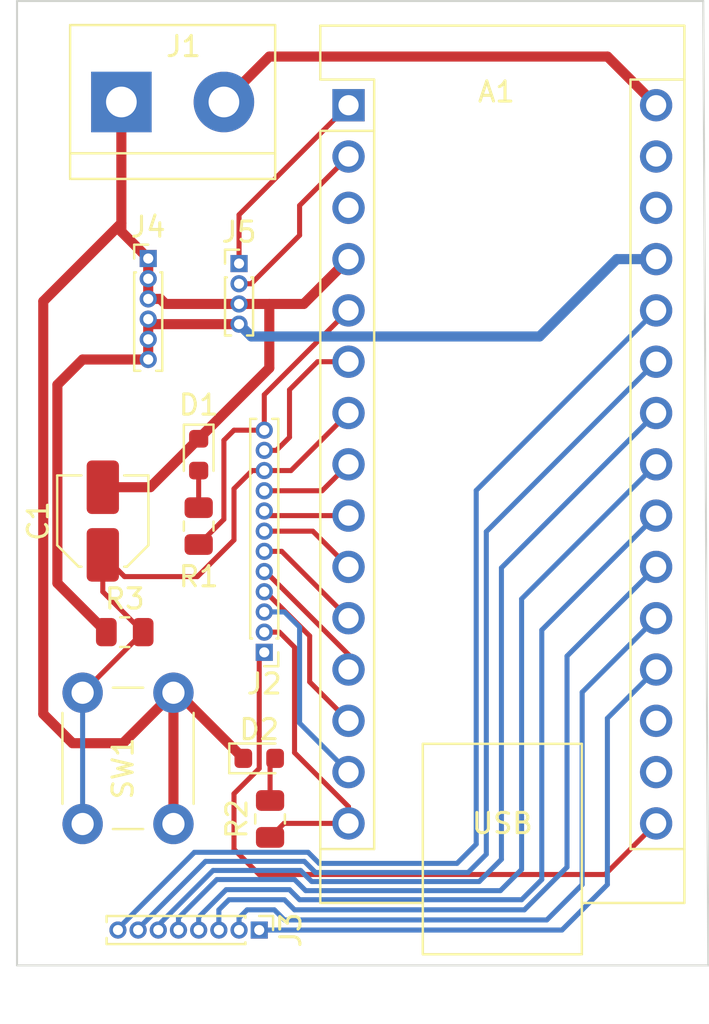
<source format=kicad_pcb>
(kicad_pcb (version 20221018) (generator pcbnew)
  (layers (0 "F.Cu" signal) (31 "B.Cu" signal) (34 "B.Paste" user) (35 "F.Paste" user) (36 "B.SilkS" user "B.Silkscreen") (37 "F.SilkS" user "F.Silkscreen") (38 "B.Mask" user) (39 "F.Mask" user) (44 "Edge.Cuts" user))
  (net 0 "")
  (net 1 "TX")
  (net 2 "RX")
  (net 4 "GND")
  (net 5 "LED1")
  (net 6 "Net-(A1-D3)")
  (net 7 "PB1")
  (net 8 "Net-(A1-D5)")
  (net 9 "Net-(A1-D6)")
  (net 10 "Net-(A1-D7)")
  (net 11 "Net-(A1-D8)")
  (net 12 "Net-(A1-D9)")
  (net 13 "Net-(A1-D10)")
  (net 14 "Net-(A1-D11)")
  (net 15 "LED2")
  (net 16 "Net-(A1-D13)")
  (net 19 "Net-(A1-A0)")
  (net 20 "Net-(A1-A1)")
  (net 21 "Net-(A1-A2)")
  (net 22 "Net-(A1-A3)")
  (net 23 "Net-(A1-A4)")
  (net 24 "Net-(A1-A5)")
  (net 25 "Net-(A1-A6)")
  (net 26 "Net-(A1-A7)")
  (net 27 "+5V")
  (net 30 "VCC")
  (net 31 "Net-(D1-A)")
  (net 32 "Net-(D2-A)")
  (footprint "Button_Switch_THT:SW_PUSH_6mm" (layer "F.Cu") (at 119 116.75 90)
    (fp_text reference "SW1" (at 2.75 2 90) (layer "F.SilkS"))
    (fp_text value "SW_Push")
    (fp_line (start -0.25 1.5) (end -0.25 3) (stroke (width 0.12)) (layer "F.SilkS"))
    (fp_line (start 1 5.5) (end 5.5 5.5) (stroke (width 0.12)) (layer "F.SilkS"))
    (fp_line (start 5.5 -1) (end 1 -1) (stroke (width 0.12)) (layer "F.SilkS"))
    (fp_line (start 6.75 3) (end 6.75 1.5) (stroke (width 0.12)) (layer "F.SilkS"))
    (pad "1" thru_hole circle (at 0 0 180) (size 2 2) (drill 1.1) (layers "*.Cu" "*.Mask") (net 7 "PB1"))
    (pad "1" thru_hole circle (at 6.5 0 180) (size 2 2) (drill 1.1) (layers "*.Cu" "*.Mask") (net 7 "PB1"))
    (pad "2" thru_hole circle (at 0 4.5 180) (size 2 2) (drill 1.1) (layers "*.Cu" "*.Mask") (net 4 "GND"))
    (pad "2" thru_hole circle (at 6.5 4.5 180) (size 2 2) (drill 1.1) (layers "*.Cu" "*.Mask") (net 4 "GND"))
  )
  (footprint "Resistor_SMD:R_0805_2012Metric" (layer "F.Cu") (at 124.75 102 90)
    (fp_text reference "R1" (at -2.5 0 180) (layer "F.SilkS"))
    (fp_text value "330")
    (fp_line (start -0.227064 -0.735) (end 0.227064 -0.735) (stroke (width 0.12)) (layer "F.SilkS"))
    (fp_line (start -0.227064 0.735) (end 0.227064 0.735) (stroke (width 0.12)) (layer "F.SilkS"))
    (pad "1" smd roundrect (at -0.9125 0 90) (size 1.025 1.4) (layers "F.Cu" "F.Paste" "F.Mask") (roundrect_rratio 0.243902) (net 5 "LED1"))
    (pad "2" smd roundrect (at 0.9125 0 90) (size 1.025 1.4) (layers "F.Cu" "F.Paste" "F.Mask") (roundrect_rratio 0.243902) (net 31 "Net-(D1-A)"))
  )
  (footprint "Connector_PinHeader_1.00mm:PinHeader_1x12_P1.00mm_Vertical" (layer "F.Cu") (at 128 108.25 180)
    (fp_text reference "J2" (at 0 -1.56) (layer "F.SilkS"))
    (fp_text value "Conn_01x12")
    (fp_line (start -0.695 -0.685) (end 0 -0.685) (stroke (width 0.12)) (layer "F.SilkS"))
    (fp_line (start -0.695 0) (end -0.695 -0.685) (stroke (width 0.12)) (layer "F.SilkS"))
    (fp_line (start -0.695 0.685) (end -0.695 11.56) (stroke (width 0.12)) (layer "F.SilkS"))
    (fp_line (start -0.695 0.685) (end -0.608276 0.685) (stroke (width 0.12)) (layer "F.SilkS"))
    (fp_line (start -0.695 11.56) (end -0.394493 11.56) (stroke (width 0.12)) (layer "F.SilkS"))
    (fp_line (start 0.394493 11.56) (end 0.695 11.56) (stroke (width 0.12)) (layer "F.SilkS"))
    (fp_line (start 0.608276 0.685) (end 0.695 0.685) (stroke (width 0.12)) (layer "F.SilkS"))
    (fp_line (start 0.695 0.685) (end 0.695 11.56) (stroke (width 0.12)) (layer "F.SilkS"))
    (pad "1" thru_hole rect (at 0 0 180) (size 0.85 0.85) (drill 0.5) (layers "*.Cu" "*.Mask") (net 16 "Net-(A1-D13)"))
    (pad "2" thru_hole oval (at 0 1 180) (size 0.85 0.85) (drill 0.5) (layers "*.Cu" "*.Mask") (net 15 "LED2"))
    (pad "3" thru_hole oval (at 0 2 180) (size 0.85 0.85) (drill 0.5) (layers "*.Cu" "*.Mask") (net 14 "Net-(A1-D11)"))
    (pad "4" thru_hole oval (at 0 3 180) (size 0.85 0.85) (drill 0.5) (layers "*.Cu" "*.Mask") (net 13 "Net-(A1-D10)"))
    (pad "5" thru_hole oval (at 0 4 180) (size 0.85 0.85) (drill 0.5) (layers "*.Cu" "*.Mask") (net 12 "Net-(A1-D9)"))
    (pad "6" thru_hole oval (at 0 5 180) (size 0.85 0.85) (drill 0.5) (layers "*.Cu" "*.Mask") (net 11 "Net-(A1-D8)"))
    (pad "7" thru_hole oval (at 0 6 180) (size 0.85 0.85) (drill 0.5) (layers "*.Cu" "*.Mask") (net 10 "Net-(A1-D7)"))
    (pad "8" thru_hole oval (at 0 7 180) (size 0.85 0.85) (drill 0.5) (layers "*.Cu" "*.Mask") (net 9 "Net-(A1-D6)"))
    (pad "9" thru_hole oval (at 0 8 180) (size 0.85 0.85) (drill 0.5) (layers "*.Cu" "*.Mask") (net 8 "Net-(A1-D5)"))
    (pad "10" thru_hole oval (at 0 9 180) (size 0.85 0.85) (drill 0.5) (layers "*.Cu" "*.Mask") (net 7 "PB1"))
    (pad "11" thru_hole oval (at 0 10 180) (size 0.85 0.85) (drill 0.5) (layers "*.Cu" "*.Mask") (net 6 "Net-(A1-D3)"))
    (pad "12" thru_hole oval (at 0 11 180) (size 0.85 0.85) (drill 0.5) (layers "*.Cu" "*.Mask") (net 5 "LED1"))
  )
  (footprint "LED_SMD:LED_0603_1608Metric" (layer "F.Cu") (at 127.75 113.5)
    (fp_text reference "D2" (at 0 -1.43) (layer "F.SilkS"))
    (fp_text value "LED")
    (fp_line (start -1.485 -0.735) (end -1.485 0.735) (stroke (width 0.12)) (layer "F.SilkS"))
    (fp_line (start -1.485 0.735) (end 0.8 0.735) (stroke (width 0.12)) (layer "F.SilkS"))
    (fp_line (start 0.8 -0.735) (end -1.485 -0.735) (stroke (width 0.12)) (layer "F.SilkS"))
    (pad "1" smd roundrect (at -0.7875 0) (size 0.875 0.95) (layers "F.Cu" "F.Paste" "F.Mask") (net 4 "GND"))
    (pad "2" smd roundrect (at 0.7875 0) (size 0.875 0.95) (layers "F.Cu" "F.Paste" "F.Mask") (net 32 "Net-(D2-A)"))
  )
  (footprint "Module:Arduino_Nano" (layer "F.Cu") (at 132.175 81.16)
    (fp_text reference "A1" (at 7.325 -0.66) (layer "F.SilkS"))
    (fp_text value "Arduino_Nano_v3.x")
    (fp_text user "USB" (at 7.62 35.56 unlocked) (layer "F.SilkS"))
    (fp_line (start -1.4 -3.94) (end -1.4 -1.27) (stroke (width 0.12)) (layer "F.SilkS"))
    (fp_line (start -1.4 1.27) (end -1.4 39.5) (stroke (width 0.12)) (layer "F.SilkS"))
    (fp_line (start -1.4 39.5) (end 3.68 39.5) (stroke (width 0.12)) (layer "F.SilkS"))
    (fp_line (start 1.27 -1.27) (end -1.4 -1.27) (stroke (width 0.12)) (layer "F.SilkS"))
    (fp_line (start 1.27 1.27) (end -1.4 1.27) (stroke (width 0.12)) (layer "F.SilkS"))
    (fp_line (start 1.27 1.27) (end 1.27 -1.27) (stroke (width 0.12)) (layer "F.SilkS"))
    (fp_line (start 1.27 1.27) (end 1.27 36.83) (stroke (width 0.12)) (layer "F.SilkS"))
    (fp_line (start 1.27 36.83) (end -1.4 36.83) (stroke (width 0.12)) (layer "F.SilkS"))
    (fp_line (start 3.68 31.62) (end 11.56 31.62) (stroke (width 0.12)) (layer "F.SilkS"))
    (fp_line (start 3.68 42.04) (end 3.68 31.62) (stroke (width 0.12)) (layer "F.SilkS"))
    (fp_line (start 11.56 31.62) (end 11.56 42.04) (stroke (width 0.12)) (layer "F.SilkS"))
    (fp_line (start 11.56 42.04) (end 3.68 42.04) (stroke (width 0.12)) (layer "F.SilkS"))
    (fp_line (start 13.97 -1.27) (end 13.97 36.83) (stroke (width 0.12)) (layer "F.SilkS"))
    (fp_line (start 13.97 -1.27) (end 16.64 -1.27) (stroke (width 0.12)) (layer "F.SilkS"))
    (fp_line (start 13.97 36.83) (end 16.64 36.83) (stroke (width 0.12)) (layer "F.SilkS"))
    (fp_line (start 16.64 -3.94) (end -1.4 -3.94) (stroke (width 0.12)) (layer "F.SilkS"))
    (fp_line (start 16.64 39.5) (end 11.56 39.5) (stroke (width 0.12)) (layer "F.SilkS"))
    (fp_line (start 16.64 39.5) (end 16.64 -3.94) (stroke (width 0.12)) (layer "F.SilkS"))
    (pad "1" thru_hole rect (at 0 0) (size 1.6 1.6) (drill 1) (layers "*.Cu" "*.Mask") (net 1 "TX"))
    (pad "2" thru_hole oval (at 0 2.54) (size 1.6 1.6) (drill 1) (layers "*.Cu" "*.Mask") (net 2 "RX"))
    (pad "3" thru_hole oval (at 0 5.08) (size 1.6 1.6) (drill 1) (layers "*.Cu" "*.Mask"))
    (pad "4" thru_hole oval (at 0 7.62) (size 1.6 1.6) (drill 1) (layers "*.Cu" "*.Mask") (net 4 "GND"))
    (pad "5" thru_hole oval (at 0 10.16) (size 1.6 1.6) (drill 1) (layers "*.Cu" "*.Mask") (net 5 "LED1"))
    (pad "6" thru_hole oval (at 0 12.7) (size 1.6 1.6) (drill 1) (layers "*.Cu" "*.Mask") (net 6 "Net-(A1-D3)"))
    (pad "7" thru_hole oval (at 0 15.24) (size 1.6 1.6) (drill 1) (layers "*.Cu" "*.Mask") (net 7 "PB1"))
    (pad "8" thru_hole oval (at 0 17.78) (size 1.6 1.6) (drill 1) (layers "*.Cu" "*.Mask") (net 8 "Net-(A1-D5)"))
    (pad "9" thru_hole oval (at 0 20.32) (size 1.6 1.6) (drill 1) (layers "*.Cu" "*.Mask") (net 9 "Net-(A1-D6)"))
    (pad "10" thru_hole oval (at 0 22.86) (size 1.6 1.6) (drill 1) (layers "*.Cu" "*.Mask") (net 10 "Net-(A1-D7)"))
    (pad "11" thru_hole oval (at 0 25.4) (size 1.6 1.6) (drill 1) (layers "*.Cu" "*.Mask") (net 11 "Net-(A1-D8)"))
    (pad "12" thru_hole oval (at 0 27.94) (size 1.6 1.6) (drill 1) (layers "*.Cu" "*.Mask") (net 12 "Net-(A1-D9)"))
    (pad "13" thru_hole oval (at 0 30.48) (size 1.6 1.6) (drill 1) (layers "*.Cu" "*.Mask") (net 13 "Net-(A1-D10)"))
    (pad "14" thru_hole oval (at 0 33.02) (size 1.6 1.6) (drill 1) (layers "*.Cu" "*.Mask") (net 14 "Net-(A1-D11)"))
    (pad "15" thru_hole oval (at 0 35.56) (size 1.6 1.6) (drill 1) (layers "*.Cu" "*.Mask") (net 15 "LED2"))
    (pad "16" thru_hole oval (at 15.24 35.56) (size 1.6 1.6) (drill 1) (layers "*.Cu" "*.Mask") (net 16 "Net-(A1-D13)"))
    (pad "17" thru_hole oval (at 15.24 33.02) (size 1.6 1.6) (drill 1) (layers "*.Cu" "*.Mask"))
    (pad "18" thru_hole oval (at 15.24 30.48) (size 1.6 1.6) (drill 1) (layers "*.Cu" "*.Mask"))
    (pad "19" thru_hole oval (at 15.24 27.94) (size 1.6 1.6) (drill 1) (layers "*.Cu" "*.Mask") (net 19 "Net-(A1-A0)"))
    (pad "20" thru_hole oval (at 15.24 25.4) (size 1.6 1.6) (drill 1) (layers "*.Cu" "*.Mask") (net 20 "Net-(A1-A1)"))
    (pad "21" thru_hole oval (at 15.24 22.86) (size 1.6 1.6) (drill 1) (layers "*.Cu" "*.Mask") (net 21 "Net-(A1-A2)"))
    (pad "22" thru_hole oval (at 15.24 20.32) (size 1.6 1.6) (drill 1) (layers "*.Cu" "*.Mask") (net 22 "Net-(A1-A3)"))
    (pad "23" thru_hole oval (at 15.24 17.78) (size 1.6 1.6) (drill 1) (layers "*.Cu" "*.Mask") (net 23 "Net-(A1-A4)"))
    (pad "24" thru_hole oval (at 15.24 15.24) (size 1.6 1.6) (drill 1) (layers "*.Cu" "*.Mask") (net 24 "Net-(A1-A5)"))
    (pad "25" thru_hole oval (at 15.24 12.7) (size 1.6 1.6) (drill 1) (layers "*.Cu" "*.Mask") (net 25 "Net-(A1-A6)"))
    (pad "26" thru_hole oval (at 15.24 10.16) (size 1.6 1.6) (drill 1) (layers "*.Cu" "*.Mask") (net 26 "Net-(A1-A7)"))
    (pad "27" thru_hole oval (at 15.24 7.62) (size 1.6 1.6) (drill 1) (layers "*.Cu" "*.Mask") (net 27 "+5V"))
    (pad "28" thru_hole oval (at 15.24 5.08) (size 1.6 1.6) (drill 1) (layers "*.Cu" "*.Mask"))
    (pad "29" thru_hole oval (at 15.24 2.54) (size 1.6 1.6) (drill 1) (layers "*.Cu" "*.Mask"))
    (pad "30" thru_hole oval (at 15.24 0) (size 1.6 1.6) (drill 1) (layers "*.Cu" "*.Mask") (net 30 "VCC"))
  )
  (footprint "LED_SMD:LED_0603_1608Metric" (layer "F.Cu") (at 124.75 98.4625 -90)
    (fp_text reference "D1" (at -2.4625 0 -180) (layer "F.SilkS"))
    (fp_text value "LED")
    (fp_line (start -1.485 -0.735) (end -1.485 0.735) (stroke (width 0.12)) (layer "F.SilkS"))
    (fp_line (start -1.485 0.735) (end 0.8 0.735) (stroke (width 0.12)) (layer "F.SilkS"))
    (fp_line (start 0.8 -0.735) (end -1.485 -0.735) (stroke (width 0.12)) (layer "F.SilkS"))
    (pad "1" smd roundrect (at -0.7875 0 270) (size 0.875 0.95) (layers "F.Cu" "F.Paste" "F.Mask") (net 4 "GND"))
    (pad "2" smd roundrect (at 0.7875 0 270) (size 0.875 0.95) (layers "F.Cu" "F.Paste" "F.Mask") (net 31 "Net-(D1-A)"))
  )
  (footprint "Resistor_SMD:R_0805_2012Metric" (layer "F.Cu") (at 121.0875 107.25)
    (fp_text reference "R3" (at 0 -1.65) (layer "F.SilkS"))
    (fp_text value "4.7K")
    (fp_line (start -0.227064 -0.735) (end 0.227064 -0.735) (stroke (width 0.12)) (layer "F.SilkS"))
    (fp_line (start -0.227064 0.735) (end 0.227064 0.735) (stroke (width 0.12)) (layer "F.SilkS"))
    (pad "1" smd roundrect (at -0.9125 0) (size 1.025 1.4) (layers "F.Cu" "F.Paste" "F.Mask") (roundrect_rratio 0.243902) (net 27 "+5V"))
    (pad "2" smd roundrect (at 0.9125 0) (size 1.025 1.4) (layers "F.Cu" "F.Paste" "F.Mask") (roundrect_rratio 0.243902) (net 7 "PB1"))
  )
  (footprint "TerminalBlock:TerminalBlock_bornier-2_P5.08mm" (layer "F.Cu") (at 120.92 81)
    (fp_text reference "J1" (at 3.08 -2.75) (layer "F.SilkS"))
    (fp_text value "Screw_Terminal_01x02")
    (fp_line (start -2.54 -3.81) (end -2.54 3.81) (stroke (width 0.12)) (layer "F.SilkS"))
    (fp_line (start -2.54 3.81) (end 7.62 3.81) (stroke (width 0.12)) (layer "F.SilkS"))
    (fp_line (start 7.62 -3.81) (end -2.54 -3.81) (stroke (width 0.12)) (layer "F.SilkS"))
    (fp_line (start 7.62 2.54) (end -2.54 2.54) (stroke (width 0.12)) (layer "F.SilkS"))
    (fp_line (start 7.62 3.81) (end 7.62 -3.81) (stroke (width 0.12)) (layer "F.SilkS"))
    (pad "1" thru_hole rect (at 0 0) (size 3 3) (drill 1.52) (layers "*.Cu" "*.Mask") (net 4 "GND"))
    (pad "2" thru_hole circle (at 5.08 0) (size 3 3) (drill 1.52) (layers "*.Cu" "*.Mask") (net 30 "VCC"))
  )
  (footprint "Connector_PinHeader_1.00mm:PinHeader_1x06_P1.00mm_Vertical" (layer "F.Cu") (at 122.25 88.75)
    (fp_text reference "J4" (at 0 -1.56) (layer "F.SilkS"))
    (fp_text value "Conn_01x06")
    (fp_line (start -0.695 -0.685) (end 0 -0.685) (stroke (width 0.12)) (layer "F.SilkS"))
    (fp_line (start -0.695 0) (end -0.695 -0.685) (stroke (width 0.12)) (layer "F.SilkS"))
    (fp_line (start -0.695 0.685) (end -0.695 5.56) (stroke (width 0.12)) (layer "F.SilkS"))
    (fp_line (start -0.695 0.685) (end -0.608276 0.685) (stroke (width 0.12)) (layer "F.SilkS"))
    (fp_line (start -0.695 5.56) (end -0.394493 5.56) (stroke (width 0.12)) (layer "F.SilkS"))
    (fp_line (start 0.394493 5.56) (end 0.695 5.56) (stroke (width 0.12)) (layer "F.SilkS"))
    (fp_line (start 0.608276 0.685) (end 0.695 0.685) (stroke (width 0.12)) (layer "F.SilkS"))
    (fp_line (start 0.695 0.685) (end 0.695 5.56) (stroke (width 0.12)) (layer "F.SilkS"))
    (pad "1" thru_hole rect (at 0 0) (size 0.85 0.85) (drill 0.5) (layers "*.Cu" "*.Mask") (net 4 "GND"))
    (pad "2" thru_hole oval (at 0 1) (size 0.85 0.85) (drill 0.5) (layers "*.Cu" "*.Mask") (net 4 "GND"))
    (pad "3" thru_hole oval (at 0 2) (size 0.85 0.85) (drill 0.5) (layers "*.Cu" "*.Mask") (net 4 "GND"))
    (pad "4" thru_hole oval (at 0 3) (size 0.85 0.85) (drill 0.5) (layers "*.Cu" "*.Mask") (net 27 "+5V"))
    (pad "5" thru_hole oval (at 0 4) (size 0.85 0.85) (drill 0.5) (layers "*.Cu" "*.Mask") (net 27 "+5V"))
    (pad "6" thru_hole oval (at 0 5) (size 0.85 0.85) (drill 0.5) (layers "*.Cu" "*.Mask") (net 27 "+5V"))
  )
  (footprint "Capacitor_SMD:C_Elec_4x5.4" (layer "F.Cu") (at 120 101.75 90)
    (fp_text reference "C1" (at 0 -3.2 90) (layer "F.SilkS"))
    (fp_text value "0.1uF")
    (fp_line (start -2.26 -1.195563) (end -2.26 -1.06) (stroke (width 0.12)) (layer "F.SilkS"))
    (fp_line (start -2.26 -1.195563) (end -1.195563 -2.26) (stroke (width 0.12)) (layer "F.SilkS"))
    (fp_line (start -2.26 1.195563) (end -2.26 1.06) (stroke (width 0.12)) (layer "F.SilkS"))
    (fp_line (start -2.26 1.195563) (end -1.195563 2.26) (stroke (width 0.12)) (layer "F.SilkS"))
    (fp_line (start -1.195563 -2.26) (end 2.26 -2.26) (stroke (width 0.12)) (layer "F.SilkS"))
    (fp_line (start -1.195563 2.26) (end 2.26 2.26) (stroke (width 0.12)) (layer "F.SilkS"))
    (fp_line (start 2.26 -2.26) (end 2.26 -1.06) (stroke (width 0.12)) (layer "F.SilkS"))
    (fp_line (start 2.26 2.26) (end 2.26 1.06) (stroke (width 0.12)) (layer "F.SilkS"))
    (pad "1" smd roundrect (at -1.675 0 90) (size 2.65 1.6) (layers "F.Cu" "F.Paste" "F.Mask") (roundrect_rratio 0.15625) (net 7 "PB1"))
    (pad "2" smd roundrect (at 1.675 0 90) (size 2.65 1.6) (layers "F.Cu" "F.Paste" "F.Mask") (roundrect_rratio 0.15625) (net 4 "GND"))
  )
  (footprint "Connector_PinHeader_1.00mm:PinHeader_1x08_P1.00mm_Vertical" (layer "F.Cu") (at 127.75 122 -90)
    (fp_text reference "J3" (at 0 -1.56 90) (layer "F.SilkS"))
    (fp_text value "Conn_01x08")
    (fp_line (start -0.695 -0.685) (end 0 -0.685) (stroke (width 0.12)) (layer "F.SilkS"))
    (fp_line (start -0.695 0) (end -0.695 -0.685) (stroke (width 0.12)) (layer "F.SilkS"))
    (fp_line (start -0.695 0.685) (end -0.695 7.56) (stroke (width 0.12)) (layer "F.SilkS"))
    (fp_line (start -0.695 0.685) (end -0.608276 0.685) (stroke (width 0.12)) (layer "F.SilkS"))
    (fp_line (start -0.695 7.56) (end -0.394493 7.56) (stroke (width 0.12)) (layer "F.SilkS"))
    (fp_line (start 0.394493 7.56) (end 0.695 7.56) (stroke (width 0.12)) (layer "F.SilkS"))
    (fp_line (start 0.608276 0.685) (end 0.695 0.685) (stroke (width 0.12)) (layer "F.SilkS"))
    (fp_line (start 0.695 0.685) (end 0.695 7.56) (stroke (width 0.12)) (layer "F.SilkS"))
    (pad "1" thru_hole rect (at 0 0 270) (size 0.85 0.85) (drill 0.5) (layers "*.Cu" "*.Mask") (net 19 "Net-(A1-A0)"))
    (pad "2" thru_hole oval (at 0 1 270) (size 0.85 0.85) (drill 0.5) (layers "*.Cu" "*.Mask") (net 20 "Net-(A1-A1)"))
    (pad "3" thru_hole oval (at 0 2 270) (size 0.85 0.85) (drill 0.5) (layers "*.Cu" "*.Mask") (net 21 "Net-(A1-A2)"))
    (pad "4" thru_hole oval (at 0 3 270) (size 0.85 0.85) (drill 0.5) (layers "*.Cu" "*.Mask") (net 22 "Net-(A1-A3)"))
    (pad "5" thru_hole oval (at 0 4 270) (size 0.85 0.85) (drill 0.5) (layers "*.Cu" "*.Mask") (net 23 "Net-(A1-A4)"))
    (pad "6" thru_hole oval (at 0 5 270) (size 0.85 0.85) (drill 0.5) (layers "*.Cu" "*.Mask") (net 24 "Net-(A1-A5)"))
    (pad "7" thru_hole oval (at 0 6 270) (size 0.85 0.85) (drill 0.5) (layers "*.Cu" "*.Mask") (net 25 "Net-(A1-A6)"))
    (pad "8" thru_hole oval (at 0 7 270) (size 0.85 0.85) (drill 0.5) (layers "*.Cu" "*.Mask") (net 26 "Net-(A1-A7)"))
  )
  (footprint "Resistor_SMD:R_0805_2012Metric" (layer "F.Cu") (at 128.2875 116.5 90)
    (fp_text reference "R2" (at 0 -1.65 90) (layer "F.SilkS"))
    (fp_text value "330")
    (fp_line (start -0.227064 -0.735) (end 0.227064 -0.735) (stroke (width 0.12)) (layer "F.SilkS"))
    (fp_line (start -0.227064 0.735) (end 0.227064 0.735) (stroke (width 0.12)) (layer "F.SilkS"))
    (pad "1" smd roundrect (at -0.9125 0 90) (size 1.025 1.4) (layers "F.Cu" "F.Paste" "F.Mask") (roundrect_rratio 0.243902) (net 15 "LED2"))
    (pad "2" smd roundrect (at 0.9125 0 90) (size 1.025 1.4) (layers "F.Cu" "F.Paste" "F.Mask") (roundrect_rratio 0.243902) (net 32 "Net-(D2-A)"))
  )
  (footprint "Connector_PinHeader_1.00mm:PinHeader_1x04_P1.00mm_Vertical" (layer "F.Cu") (at 126.75 89)
    (fp_text reference "J5" (at 0 -1.56) (layer "F.SilkS"))
    (fp_text value "Conn_01x04")
    (fp_line (start -0.695 -0.685) (end 0 -0.685) (stroke (width 0.12)) (layer "F.SilkS"))
    (fp_line (start -0.695 0) (end -0.695 -0.685) (stroke (width 0.12)) (layer "F.SilkS"))
    (fp_line (start -0.695 0.685) (end -0.695 3.56) (stroke (width 0.12)) (layer "F.SilkS"))
    (fp_line (start -0.695 0.685) (end -0.608276 0.685) (stroke (width 0.12)) (layer "F.SilkS"))
    (fp_line (start -0.695 3.56) (end -0.394493 3.56) (stroke (width 0.12)) (layer "F.SilkS"))
    (fp_line (start 0.394493 3.56) (end 0.695 3.56) (stroke (width 0.12)) (layer "F.SilkS"))
    (fp_line (start 0.608276 0.685) (end 0.695 0.685) (stroke (width 0.12)) (layer "F.SilkS"))
    (fp_line (start 0.695 0.685) (end 0.695 3.56) (stroke (width 0.12)) (layer "F.SilkS"))
    (pad "1" thru_hole rect (at 0 0) (size 0.85 0.85) (drill 0.5) (layers "*.Cu" "*.Mask") (net 1 "TX"))
    (pad "2" thru_hole oval (at 0 1) (size 0.85 0.85) (drill 0.5) (layers "*.Cu" "*.Mask") (net 2 "RX"))
    (pad "3" thru_hole oval (at 0 2) (size 0.85 0.85) (drill 0.5) (layers "*.Cu" "*.Mask") (net 4 "GND"))
    (pad "4" thru_hole oval (at 0 3) (size 0.85 0.85) (drill 0.5) (layers "*.Cu" "*.Mask") (net 27 "+5V"))
  )
  (gr_line (start 149.75 76) (end 115.75 76) (stroke (width 0.1)) (layer "Edge.Cuts"))
  (gr_line (start 115.75 123.75) (end 150 123.75) (stroke (width 0.1)) (layer "Edge.Cuts"))
  (gr_line (start 150 123.75) (end 149.75 76) (stroke (width 0.1)) (layer "Edge.Cuts"))
  (gr_line (start 115.75 76) (end 115.75 123.75) (stroke (width 0.1)) (layer "Edge.Cuts"))
  (segment (start 126.75 86.585) (end 132.175 81.16) (width 0.25) (layer "F.Cu") (net 1))
  (segment (start 126.75 89) (end 126.75 86.585) (width 0.25) (layer "F.Cu") (net 1))
  (segment (start 126.75 90) (end 127.35104 90) (width 0.25) (layer "F.Cu") (net 2))
  (segment (start 129.75 87.60104) (end 129.75 86.125) (width 0.25) (layer "F.Cu") (net 2))
  (segment (start 129.75 86.125) (end 132.175 83.7) (width 0.25) (layer "F.Cu") (net 2))
  (segment (start 127.35104 90) (end 129.75 87.60104) (width 0.25) (layer "F.Cu") (net 2))
  (segment (start 120 100.075) (end 122.35 100.075) (width 0.5) (layer "F.Cu") (net 4))
  (segment (start 124.75 97.675) (end 128.25 94.175) (width 0.5) (layer "F.Cu") (net 4))
  (segment (start 122.25 90.75) (end 122.85104 90.75) (width 0.5) (layer "F.Cu") (net 4))
  (segment (start 132.175 88.78) (end 129.955 91) (width 0.5) (layer "F.Cu") (net 4))
  (segment (start 123.7125 110.25) (end 126.9625 113.5) (width 0.5) (layer "F.Cu") (net 4))
  (segment (start 123.10104 91) (end 126.75 91) (width 0.5) (layer "F.Cu") (net 4))
  (segment (start 120.92 87.42) (end 122.25 88.75) (width 0.5) (layer "F.Cu") (net 4))
  (segment (start 123.5 110.25) (end 123.7125 110.25) (width 0.5) (layer "F.Cu") (net 4))
  (segment (start 121 112.75) (end 123.5 110.25) (width 0.5) (layer "F.Cu") (net 4))
  (segment (start 120.92 87) (end 120.92 87.42) (width 0.5) (layer "F.Cu") (net 4))
  (segment (start 123.5 116.75) (end 123.5 110.25) (width 0.5) (layer "F.Cu") (net 4))
  (segment (start 122.25 88.75) (end 122.25 89.75) (width 0.5) (layer "F.Cu") (net 4))
  (segment (start 122.25 89.75) (end 122.25 90.75) (width 0.5) (layer "F.Cu") (net 4))
  (segment (start 122.85104 90.75) (end 123.10104 91) (width 0.5) (layer "F.Cu") (net 4))
  (segment (start 129.955 91) (end 128.25 91) (width 0.5) (layer "F.Cu") (net 4))
  (segment (start 117.05 90.87) (end 117.05 111.3) (width 0.5) (layer "F.Cu") (net 4))
  (segment (start 122.35 100.075) (end 124.75 97.675) (width 0.5) (layer "F.Cu") (net 4))
  (segment (start 118.5 112.75) (end 121 112.75) (width 0.5) (layer "F.Cu") (net 4))
  (segment (start 120.92 81) (end 120.92 87) (width 0.5) (layer "F.Cu") (net 4))
  (segment (start 117.05 111.3) (end 118.5 112.75) (width 0.5) (layer "F.Cu") (net 4))
  (segment (start 128.25 91) (end 126.75 91) (width 0.5) (layer "F.Cu") (net 4))
  (segment (start 128.25 94.175) (end 128.25 91) (width 0.5) (layer "F.Cu") (net 4))
  (segment (start 120.92 87) (end 117.05 90.87) (width 0.5) (layer "F.Cu") (net 4))
  (segment (start 126 101.6625) (end 126 97.75) (width 0.25) (layer "F.Cu") (net 5))
  (segment (start 126 97.75) (end 126.5 97.25) (width 0.25) (layer "F.Cu") (net 5))
  (segment (start 126.5 97.25) (end 128 97.25) (width 0.25) (layer "F.Cu") (net 5))
  (segment (start 132.175 91.32) (end 128 95.495) (width 0.25) (layer "F.Cu") (net 5))
  (segment (start 124.75 102.9125) (end 126 101.6625) (width 0.25) (layer "F.Cu") (net 5))
  (segment (start 128 95.495) (end 128 97.25) (width 0.25) (layer "F.Cu") (net 5))
  (segment (start 128.60104 98.25) (end 128 98.25) (width 0.25) (layer "F.Cu") (net 6))
  (segment (start 129.25 97.60104) (end 128.60104 98.25) (width 0.25) (layer "F.Cu") (net 6))
  (segment (start 129.25 95.25) (end 129.25 97.60104) (width 0.25) (layer "F.Cu") (net 6))
  (segment (start 130.64 93.86) (end 129.25 95.25) (width 0.25) (layer "F.Cu") (net 6))
  (segment (start 132.175 93.86) (end 130.64 93.86) (width 0.25) (layer "F.Cu") (net 6))
  (segment (start 129.325 99.25) (end 128 99.25) (width 0.25) (layer "F.Cu") (net 7))
  (segment (start 127.39896 99.25) (end 126.5 100.14896) (width 0.25) (layer "F.Cu") (net 7))
  (segment (start 121.075 104.5) (end 120 103.425) (width 0.25) (layer "F.Cu") (net 7))
  (segment (start 132.175 96.4) (end 129.325 99.25) (width 0.25) (layer "F.Cu") (net 7))
  (segment (start 120 105.25) (end 122 107.25) (width 0.25) (layer "F.Cu") (net 7))
  (segment (start 120 103.425) (end 120 105.25) (width 0.25) (layer "F.Cu") (net 7))
  (segment (start 126.5 100.14896) (end 126.5 102.688173) (width 0.25) (layer "F.Cu") (net 7))
  (segment (start 124.688173 104.5) (end 121.075 104.5) (width 0.25) (layer "F.Cu") (net 7))
  (segment (start 119 110.25) (end 122 107.25) (width 0.25) (layer "F.Cu") (net 7))
  (segment (start 128 99.25) (end 127.39896 99.25) (width 0.25) (layer "F.Cu") (net 7))
  (segment (start 126.5 102.688173) (end 124.688173 104.5) (width 0.25) (layer "F.Cu") (net 7))
  (segment (start 119 110.25) (end 119 116.75) (width 0.25) (layer "B.Cu") (net 7))
  (segment (start 130.865 100.25) (end 128 100.25) (width 0.25) (layer "F.Cu") (net 8))
  (segment (start 132.175 98.94) (end 130.865 100.25) (width 0.25) (layer "F.Cu") (net 8))
  (segment (start 128.23 101.48) (end 128 101.25) (width 0.25) (layer "F.Cu") (net 9))
  (segment (start 132.175 101.48) (end 128.23 101.48) (width 0.25) (layer "F.Cu") (net 9))
  (segment (start 130.405 102.25) (end 128 102.25) (width 0.25) (layer "F.Cu") (net 10))
  (segment (start 132.175 104.02) (end 130.405 102.25) (width 0.25) (layer "F.Cu") (net 10))
  (segment (start 132.175 106.56) (end 128.865 103.25) (width 0.25) (layer "F.Cu") (net 11))
  (segment (start 128.865 103.25) (end 128 103.25) (width 0.25) (layer "F.Cu") (net 11))
  (segment (start 132.175 109.1) (end 132.175 108.364339) (width 0.25) (layer "F.Cu") (net 12))
  (segment (start 132.175 108.364339) (end 128.060661 104.25) (width 0.25) (layer "F.Cu") (net 12))
  (segment (start 128.060661 104.25) (end 128 104.25) (width 0.25) (layer "F.Cu") (net 12))
  (segment (start 130.25 109.715) (end 130.25 107.439339) (width 0.25) (layer "F.Cu") (net 13))
  (segment (start 130.25 107.439339) (end 128.060661 105.25) (width 0.25) (layer "F.Cu") (net 13))
  (segment (start 132.175 111.64) (end 130.25 109.715) (width 0.25) (layer "F.Cu") (net 13))
  (segment (start 128.060661 105.25) (end 128 105.25) (width 0.25) (layer "F.Cu") (net 13))
  (segment (start 129.75 107) (end 129 106.25) (width 0.25) (layer "B.Cu") (net 14))
  (segment (start 132.175 114.18) (end 129.75 111.755) (width 0.25) (layer "B.Cu") (net 14))
  (segment (start 129.75 111.755) (end 129.75 107) (width 0.25) (layer "B.Cu") (net 14))
  (segment (start 129 106.25) (end 128 106.25) (width 0.25) (layer "B.Cu") (net 14))
  (segment (start 128.98 116.72) (end 128.2875 117.4125) (width 0.25) (layer "F.Cu") (net 15))
  (segment (start 129.5 108) (end 128.75 107.25) (width 0.25) (layer "F.Cu") (net 15))
  (segment (start 129.5 113.218521) (end 129.5 108) (width 0.25) (layer "F.Cu") (net 15))
  (segment (start 128.75 107.25) (end 128 107.25) (width 0.25) (layer "F.Cu") (net 15))
  (segment (start 132.175 116.72) (end 128.98 116.72) (width 0.25) (layer "F.Cu") (net 15))
  (segment (start 132.175 116.72) (end 132.175 115.893521) (width 0.25) (layer "F.Cu") (net 15))
  (segment (start 132.175 115.893521) (end 129.5 113.218521) (width 0.25) (layer "F.Cu") (net 15))
  (segment (start 126.5 115.25) (end 127.75 114) (width 0.25) (layer "F.Cu") (net 16))
  (segment (start 127.75 114) (end 127.75 108.5) (width 0.25) (layer "F.Cu") (net 16))
  (segment (start 144.885 119.25) (end 127.75 119.25) (width 0.25) (layer "F.Cu") (net 16))
  (segment (start 127.75 119.25) (end 126.5 118) (width 0.25) (layer "F.Cu") (net 16))
  (segment (start 127.75 108.5) (end 128 108.25) (width 0.25) (layer "F.Cu") (net 16))
  (segment (start 147.415 116.72) (end 144.885 119.25) (width 0.25) (layer "F.Cu") (net 16))
  (segment (start 126.5 118) (end 126.5 115.25) (width 0.25) (layer "F.Cu") (net 16))
  (segment (start 142.75 122) (end 127.75 122) (width 0.25) (layer "B.Cu") (net 19))
  (segment (start 145 111.515) (end 145 119.75) (width 0.25) (layer "B.Cu") (net 19))
  (segment (start 145 119.75) (end 142.75 122) (width 0.25) (layer "B.Cu") (net 19))
  (segment (start 147.415 109.1) (end 145 111.515) (width 0.25) (layer "B.Cu") (net 19))
  (segment (start 143.75 119.75) (end 142 121.5) (width 0.25) (layer "B.Cu") (net 20))
  (segment (start 129 121.5) (end 128.5 121) (width 0.25) (layer "B.Cu") (net 20))
  (segment (start 147.415 106.56) (end 143.75 110.225) (width 0.25) (layer "B.Cu") (net 20))
  (segment (start 126.75 121.39896) (end 126.75 122) (width 0.25) (layer "B.Cu") (net 20))
  (segment (start 127.14896 121) (end 126.75 121.39896) (width 0.25) (layer "B.Cu") (net 20))
  (segment (start 128.5 121) (end 127.14896 121) (width 0.25) (layer "B.Cu") (net 20))
  (segment (start 143.75 110.225) (end 143.75 119.75) (width 0.25) (layer "B.Cu") (net 20))
  (segment (start 142 121.5) (end 129 121.5) (width 0.25) (layer "B.Cu") (net 20))
  (segment (start 143 118.886396) (end 140.886396 121) (width 0.25) (layer "B.Cu") (net 21))
  (segment (start 126.25 120.5) (end 125.75 121) (width 0.25) (layer "B.Cu") (net 21))
  (segment (start 129 120.5) (end 126.25 120.5) (width 0.25) (layer "B.Cu") (net 21))
  (segment (start 140.886396 121) (end 129.5 121) (width 0.25) (layer "B.Cu") (net 21))
  (segment (start 125.75 121) (end 125.75 122) (width 0.25) (layer "B.Cu") (net 21))
  (segment (start 147.415 104.02) (end 143 108.435) (width 0.25) (layer "B.Cu") (net 21))
  (segment (start 129.5 121) (end 129 120.5) (width 0.25) (layer "B.Cu") (net 21))
  (segment (start 143 108.435) (end 143 118.886396) (width 0.25) (layer "B.Cu") (net 21))
  (segment (start 141.75 119.5) (end 140.75 120.5) (width 0.25) (layer "B.Cu") (net 22))
  (segment (start 129.75 120.5) (end 129.25 120) (width 0.25) (layer "B.Cu") (net 22))
  (segment (start 147.415 101.48) (end 141.75 107.145) (width 0.25) (layer "B.Cu") (net 22))
  (segment (start 141.75 107.145) (end 141.75 119.5) (width 0.25) (layer "B.Cu") (net 22))
  (segment (start 126.113604 120) (end 124.75 121.363604) (width 0.25) (layer "B.Cu") (net 22))
  (segment (start 129.25 120) (end 126.113604 120) (width 0.25) (layer "B.Cu") (net 22))
  (segment (start 140.75 120.5) (end 129.75 120.5) (width 0.25) (layer "B.Cu") (net 22))
  (segment (start 124.75 121.363604) (end 124.75 122) (width 0.25) (layer "B.Cu") (net 22))
  (segment (start 130.05 120.05) (end 129.5 119.5) (width 0.25) (layer "B.Cu") (net 23))
  (segment (start 125.64896 119.5) (end 123.75 121.39896) (width 0.25) (layer "B.Cu") (net 23))
  (segment (start 129.5 119.5) (end 125.64896 119.5) (width 0.25) (layer "B.Cu") (net 23))
  (segment (start 140.75 105.605) (end 140.75 119) (width 0.25) (layer "B.Cu") (net 23))
  (segment (start 139.7 120.05) (end 130.05 120.05) (width 0.25) (layer "B.Cu") (net 23))
  (segment (start 140.75 119) (end 139.7 120.05) (width 0.25) (layer "B.Cu") (net 23))
  (segment (start 123.75 121.39896) (end 123.75 122) (width 0.25) (layer "B.Cu") (net 23))
  (segment (start 147.415 98.94) (end 140.75 105.605) (width 0.25) (layer "B.Cu") (net 23))
  (segment (start 129.8 119.05) (end 125.462564 119.05) (width 0.25) (layer "B.Cu") (net 24))
  (segment (start 139.75 104.065) (end 139.75 118.5) (width 0.25) (layer "B.Cu") (net 24))
  (segment (start 139.75 118.5) (end 138.65 119.6) (width 0.25) (layer "B.Cu") (net 24))
  (segment (start 125.462564 119.05) (end 122.75 121.762564) (width 0.25) (layer "B.Cu") (net 24))
  (segment (start 122.75 121.762564) (end 122.75 122) (width 0.25) (layer "B.Cu") (net 24))
  (segment (start 130.35 119.6) (end 129.8 119.05) (width 0.25) (layer "B.Cu") (net 24))
  (segment (start 147.415 96.4) (end 139.75 104.065) (width 0.25) (layer "B.Cu") (net 24))
  (segment (start 138.65 119.6) (end 130.35 119.6) (width 0.25) (layer "B.Cu") (net 24))
  (segment (start 129.986396 118.6) (end 125.089339 118.6) (width 0.25) (layer "B.Cu") (net 25))
  (segment (start 139 102.275) (end 139 118.25) (width 0.25) (layer "B.Cu") (net 25))
  (segment (start 121.75 121.939339) (end 121.75 122) (width 0.25) (layer "B.Cu") (net 25))
  (segment (start 130.536396 119.15) (end 129.986396 118.6) (width 0.25) (layer "B.Cu") (net 25))
  (segment (start 125.089339 118.6) (end 121.75 121.939339) (width 0.25) (layer "B.Cu") (net 25))
  (segment (start 139 118.25) (end 138.1 119.15) (width 0.25) (layer "B.Cu") (net 25))
  (segment (start 138.1 119.15) (end 130.536396 119.15) (width 0.25) (layer "B.Cu") (net 25))
  (segment (start 147.415 93.86) (end 139 102.275) (width 0.25) (layer "B.Cu") (net 25))
  (segment (start 137.55 118.7) (end 130.722792 118.7) (width 0.25) (layer "B.Cu") (net 26))
  (segment (start 130.172792 118.15) (end 124.539339 118.15) (width 0.25) (layer "B.Cu") (net 26))
  (segment (start 124.539339 118.15) (end 120.75 121.939339) (width 0.25) (layer "B.Cu") (net 26))
  (segment (start 130.722792 118.7) (end 130.172792 118.15) (width 0.25) (layer "B.Cu") (net 26))
  (segment (start 120.75 121.939339) (end 120.75 122) (width 0.25) (layer "B.Cu") (net 26))
  (segment (start 138.5 117.75) (end 137.55 118.7) (width 0.25) (layer "B.Cu") (net 26))
  (segment (start 138.5 100.235) (end 138.5 117.75) (width 0.25) (layer "B.Cu") (net 26))
  (segment (start 147.415 91.32) (end 138.5 100.235) (width 0.25) (layer "B.Cu") (net 26))
  (segment (start 119 93.75) (end 122.25 93.75) (width 0.5) (layer "F.Cu") (net 27))
  (segment (start 120.175 107.25) (end 117.75 104.825) (width 0.5) (layer "F.Cu") (net 27))
  (segment (start 122.25 91.75) (end 122.5 92) (width 0.5) (layer "F.Cu") (net 27))
  (segment (start 117.75 104.825) (end 117.75 95) (width 0.5) (layer "F.Cu") (net 27))
  (segment (start 117.75 95) (end 119 93.75) (width 0.5) (layer "F.Cu") (net 27))
  (segment (start 122.25 92.75) (end 122.25 93.75) (width 0.5) (layer "F.Cu") (net 27))
  (segment (start 122.25 91.75) (end 122.25 92.75) (width 0.5) (layer "F.Cu") (net 27))
  (segment (start 122.5 92) (end 126.75 92) (width 0.5) (layer "F.Cu") (net 27))
  (segment (start 141.64 92.61) (end 127.36 92.61) (width 0.5) (layer "B.Cu") (net 27))
  (segment (start 147.415 88.78) (end 145.47 88.78) (width 0.5) (layer "B.Cu") (net 27))
  (segment (start 145.47 88.78) (end 141.64 92.61) (width 0.5) (layer "B.Cu") (net 27))
  (segment (start 127.36 92.61) (end 126.75 92) (width 0.5) (layer "B.Cu") (net 27))
  (segment (start 126 81) (end 128.25 78.75) (width 0.5) (layer "F.Cu") (net 30))
  (segment (start 128.25 78.75) (end 145.005 78.75) (width 0.5) (layer "F.Cu") (net 30))
  (segment (start 145.005 78.75) (end 147.415 81.16) (width 0.5) (layer "F.Cu") (net 30))
  (segment (start 124.75 99.25) (end 124.75 101.0875) (width 0.25) (layer "F.Cu") (net 31))
  (segment (start 128.2875 113.75) (end 128.5375 113.5) (width 0.25) (layer "F.Cu") (net 32))
  (segment (start 128.2875 115.5875) (end 128.2875 113.75) (width 0.25) (layer "F.Cu") (net 32))
)
</source>
